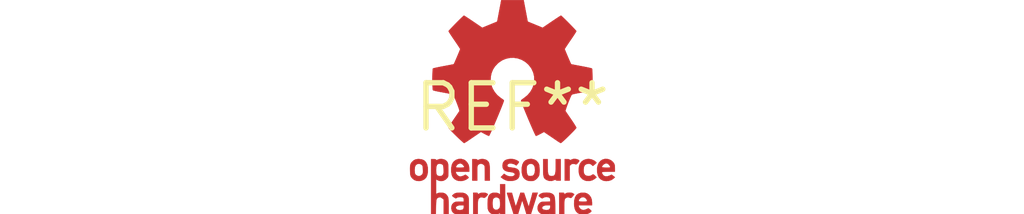
<source format=kicad_pcb>
(kicad_pcb (version 20240108) (generator pcbnew)
  (layers (0 "F.Cu" signal) (31 "B.Cu" signal) (34 "B.Paste" user) (35 "F.Paste" user) (36 "B.SilkS" user "B.Silkscreen") (37 "F.SilkS" user "F.Silkscreen") (38 "B.Mask" user) (39 "F.Mask" user) (44 "Edge.Cuts" user))
  (net 0 "")
  (footprint "OSHW-Logo_5.7x6mm_Copper" (layer "F.Cu") (at 0 0)
    (property "Reference" "REF**")
    (property "Value" "OSHW-Logo_5.7x6mm_Copper")
    (fp_poly (pts (xy 1.79946 1.45803) (xy 1.842711 1.471245) (xy 1.870558 1.487941) (xy 1.879629 1.501145) (xy 1.877132 1.516797) (xy 1.860931 1.541385) (xy 1.847232 1.5588) (xy 1.818992 1.590283) (xy 1.797775 1.603529) (xy 1.779688 1.602664) (xy 1.726035 1.58901) (xy 1.68663 1.58963) (xy 1.654632 1.605104) (xy 1.64389 1.614161) (xy 1.609505 1.646027) (xy 1.609505 2.062179) (xy 1.471188 2.062179) (xy 1.471188 1.458614) (xy 1.540347 1.458614) (xy 1.581869 1.460256) (xy 1.603291 1.466087) (xy 1.609502 1.477461) (xy 1.609505 1.477798) (xy 1.612439 1.489713) (xy 1.625704 1.488159) (xy 1.644084 1.479563) (xy 1.682046 1.463568) (xy 1.712872 1.453945) (xy 1.752536 1.451478) (xy 1.79946 1.45803)) (layer "F.Cu") (stroke (width 0.01)) (fill solid))
    (fp_poly (pts (xy 1.635255 2.401486) (xy 1.683595 2.411015) (xy 1.711114 2.425125) (xy 1.740064 2.448568) (xy 1.698876 2.500571) (xy 1.673482 2.532064) (xy 1.656238 2.547428) (xy 1.639102 2.549776) (xy 1.614027 2.542217) (xy 1.602257 2.537941) (xy 1.55427 2.531631) (xy 1.510324 2.545156) (xy 1.47806 2.57571) (xy 1.472819 2.585452) (xy 1.467112 2.611258) (xy 1.462706 2.658817) (xy 1.459811 2.724758) (xy 1.458631 2.80571) (xy 1.458614 2.817226) (xy 1.458614 3.017822) (xy 1.320297 3.017822) (xy 1.320297 2.401683) (xy 1.389456 2.401683) (xy 1.429333 2.402725) (xy 1.450107 2.407358) (xy 1.457789 2.417849) (xy 1.458614 2.427745) (xy 1.458614 2.453806) (xy 1.491745 2.427745) (xy 1.529735 2.409965) (xy 1.58077 2.401174) (xy 1.635255 2.401486)) (layer "F.Cu") (stroke (width 0.01)) (fill solid))
    (fp_poly (pts (xy -0.993356 2.40302) (xy -0.974539 2.40866) (xy -0.968473 2.421053) (xy -0.968218 2.426647) (xy -0.967129 2.44223) (xy -0.959632 2.444676) (xy -0.939381 2.433993) (xy -0.927351 2.426694) (xy -0.8894 2.411063) (xy -0.844072 2.403334) (xy -0.796544 2.40274) (xy -0.751995 2.408513) (xy -0.715602 2.419884) (xy -0.692543 2.436088) (xy -0.687996 2.456355) (xy -0.690291 2.461843) (xy -0.70702 2.484626) (xy -0.732963 2.512647) (xy -0.737655 2.517177) (xy -0.762383 2.538005) (xy -0.783718 2.544735) (xy -0.813555 2.540038) (xy -0.825508 2.536917) (xy -0.862705 2.529421) (xy -0.888859 2.532792) (xy -0.910946 2.544681) (xy -0.931178 2.560635) (xy -0.946079 2.5807) (xy -0.956434 2.608702) (xy -0.963029 2.648467) (xy -0.966649 2.703823) (xy -0.968078 2.778594) (xy -0.968218 2.82374) (xy -0.968218 3.017822) (xy -1.09396 3.017822) (xy -1.09396 2.401683) (xy -1.031089 2.401683) (xy -0.993356 2.40302)) (layer "F.Cu") (stroke (width 0.01)) (fill solid))
    (fp_poly (pts (xy 0.993367 1.654342) (xy 0.994555 1.746563) (xy 0.998897 1.81661) (xy 1.007558 1.867381) (xy 1.021704 1.901772) (xy 1.0425 1.922679) (xy 1.07111 1.933) (xy 1.106535 1.935636) (xy 1.143636 1.932682) (xy 1.171818 1.921889) (xy 1.192243 1.90036) (xy 1.206079 1.865199) (xy 1.214491 1.81351) (xy 1.218643 1.742394) (xy 1.219703 1.654342) (xy 1.219703 1.458614) (xy 1.35802 1.458614) (xy 1.35802 2.062179) (xy 1.288862 2.062179) (xy 1.24717 2.060489) (xy 1.225701 2.054556) (xy 1.219703 2.043293) (xy 1.216091 2.033261) (xy 1.201714 2.035383) (xy 1.172736 2.04958) (xy 1.106319 2.07148) (xy 1.035875 2.069928) (xy 0.968377 2.046147) (xy 0.936233 2.027362) (xy 0.911715 2.007022) (xy 0.893804 1.981573) (xy 0.881479 1.947458) (xy 0.873723 1.901121) (xy 0.869516 1.839007) (xy 0.86784 1.757561) (xy 0.867624 1.694578) (xy 0.867624 1.458614) (xy 0.993367 1.458614) (xy 0.993367 1.654342)) (layer "F.Cu") (stroke (width 0.01)) (fill solid))
    (fp_poly (pts (xy -0.754012 1.469002) (xy -0.722717 1.48395) (xy -0.692409 1.505541) (xy -0.669318 1.530391) (xy -0.6525 1.562087) (xy -0.641006 1.604214) (xy -0.633891 1.660358) (xy -0.630207 1.734106) (xy -0.629008 1.829044) (xy -0.628989 1.838985) (xy -0.628713 2.062179) (xy -0.76703 2.062179) (xy -0.76703 1.856418) (xy -0.767128 1.780189) (xy -0.767809 1.724939) (xy -0.769651 1.686501) (xy -0.773233 1.660706) (xy -0.779132 1.643384) (xy -0.787927 1.630368) (xy -0.80018 1.617507) (xy -0.843047 1.589873) (xy -0.889843 1.584745) (xy -0.934424 1.602217) (xy -0.949928 1.615221) (xy -0.96131 1.627447) (xy -0.969481 1.64054) (xy -0.974974 1.658615) (xy -0.97832 1.685787) (xy -0.980051 1.72617) (xy -0.980697 1.783879) (xy -0.980792 1.854132) (xy -0.980792 2.062179) (xy -1.119109 2.062179) (xy -1.119109 1.458614) (xy -1.04995 1.458614) (xy -1.008428 1.460256) (xy -0.987006 1.466087) (xy -0.980795 1.477461) (xy -0.980792 1.477798) (xy -0.97791 1.488938) (xy -0.965199 1.487674) (xy -0.939926 1.475434) (xy -0.882605 1.457424) (xy -0.817037 1.455421) (xy -0.754012 1.469002)) (layer "F.Cu") (stroke (width 0.01)) (fill solid))
    (fp_poly (pts (xy 2.217226 1.46388) (xy 2.29008 1.49483) (xy 2.313027 1.509895) (xy 2.342354 1.533048) (xy 2.360764 1.551253) (xy 2.363961 1.557183) (xy 2.354935 1.57034) (xy 2.331837 1.592667) (xy 2.313344 1.60825) (xy 2.262728 1.648926) (xy 2.22276 1.615295) (xy 2.191874 1.593584) (xy 2.161759 1.58609) (xy 2.127292 1.58792) (xy 2.072561 1.601528) (xy 2.034886 1.629772) (xy 2.011991 1.675433) (xy 2.001597 1.741289) (xy 2.001595 1.741331) (xy 2.002494 1.814939) (xy 2.016463 1.868946) (xy 2.044328 1.905716) (xy 2.063325 1.918168) (xy 2.113776 1.933673) (xy 2.167663 1.933683) (xy 2.214546 1.918638) (xy 2.225644 1.911287) (xy 2.253476 1.892511) (xy 2.275236 1.889434) (xy 2.298704 1.903409) (xy 2.324649 1.92851) (xy 2.365716 1.97088) (xy 2.320121 2.008464) (xy 2.249674 2.050882) (xy 2.170233 2.071785) (xy 2.087215 2.070272) (xy 2.032694 2.056411) (xy 1.96897 2.022135) (xy 1.918005 1.968212) (xy 1.894851 1.930149) (xy 1.876099 1.875536) (xy 1.866715 1.806369) (xy 1.866643 1.731407) (xy 1.875824 1.659409) (xy 1.894199 1.599137) (xy 1.897093 1.592958) (xy 1.939952 1.532351) (xy 1.997979 1.488224) (xy 2.066591 1.461493) (xy 2.141201 1.453073) (xy 2.217226 1.46388)) (layer "F.Cu") (stroke (width 0.01)) (fill solid))
    (fp_poly (pts (xy 0.610762 1.466055) (xy 0.674363 1.500692) (xy 0.724123 1.555372) (xy 0.747568 1.599842) (xy 0.757634 1.639121) (xy 0.764156 1.695116) (xy 0.766951 1.759621) (xy 0.765836 1.824429) (xy 0.760626 1.881334) (xy 0.754541 1.911727) (xy 0.734014 1.953306) (xy 0.698463 1.997468) (xy 0.655619 2.036087) (xy 0.613211 2.061034) (xy 0.612177 2.06143) (xy 0.559553 2.072331) (xy 0.497188 2.072601) (xy 0.437924 2.062676) (xy 0.41504 2.054722) (xy 0.356102 2.0213) (xy 0.31389 1.977511) (xy 0.286156 1.919538) (xy 0.270651 1.843565) (xy 0.267143 1.803771) (xy 0.26759 1.753766) (xy 0.402376 1.753766) (xy 0.406917 1.826732) (xy 0.419986 1.882334) (xy 0.440756 1.917861) (xy 0.455552 1.92802) (xy 0.493464 1.935104) (xy 0.538527 1.933007) (xy 0.577487 1.922812) (xy 0.587704 1.917204) (xy 0.614659 1.884538) (xy 0.632451 1.834545) (xy 0.640024 1.773705) (xy 0.636325 1.708497) (xy 0.628057 1.669253) (xy 0.60432 1.623805) (xy 0.566849 1.595396) (xy 0.52172 1.585573) (xy 0.475011 1.595887) (xy 0.439132 1.621112) (xy 0.420277 1.641925) (xy 0.409272 1.662439) (xy 0.404026 1.690203) (xy 0.402449 1.732762) (xy 0.402376 1.753766) (xy 0.26759 1.753766) (xy 0.268094 1.69758) (xy 0.285388 1.610501) (xy 0.319029 1.54253) (xy 0.369018 1.493664) (xy 0.435356 1.463899) (xy 0.449601 1.460448) (xy 0.53521 1.452345) (xy 0.610762 1.466055)) (layer "F.Cu") (stroke (width 0.01)) (fill solid))
    (fp_poly (pts (xy 0.281524 2.404237) (xy 0.331255 2.407971) (xy 0.461291 2.797773) (xy 0.481678 2.728614) (xy 0.493946 2.685874) (xy 0.510085 2.628115) (xy 0.527512 2.564625) (xy 0.536726 2.53057) (xy 0.571388 2.401683) (xy 0.714391 2.401683) (xy 0.671646 2.536857) (xy 0.650596 2.603342) (xy 0.625167 2.683539) (xy 0.59861 2.767193) (xy 0.574902 2.841782) (xy 0.520902 3.011535) (xy 0.462598 3.015328) (xy 0.404295 3.019122) (xy 0.372679 2.914734) (xy 0.353182 2.849889) (xy 0.331904 2.7784) (xy 0.313308 2.715263) (xy 0.312574 2.71275) (xy 0.298684 2.669969) (xy 0.286429 2.640779) (xy 0.277846 2.629741) (xy 0.276082 2.631018) (xy 0.269891 2.64813) (xy 0.258128 2.684787) (xy 0.242225 2.736378) (xy 0.223614 2.798294) (xy 0.213543 2.832352) (xy 0.159007 3.017822) (xy 0.043264 3.017822) (xy -0.049263 2.725471) (xy -0.075256 2.643462) (xy -0.098934 2.568987) (xy -0.11918 2.505544) (xy -0.134874 2.456632) (xy -0.144898 2.425749) (xy -0.147945 2.416726) (xy -0.145533 2.407487) (xy -0.126592 2.403441) (xy -0.087177 2.403846) (xy -0.081007 2.404152) (xy -0.007914 2.407971) (xy 0.039957 2.58401) (xy 0.057553 2.648211) (xy 0.073277 2.704649) (xy 0.085746 2.748422) (xy 0.093574 2.77463) (xy 0.09502 2.778903) (xy 0.101014 2.77399) (xy 0.113101 2.748532) (xy 0.129893 2.705997) (xy 0.150003 2.64985) (xy 0.167003 2.59913) (xy 0.231794 2.400504) (xy 0.281524 2.404237)) (layer "F.Cu") (stroke (width 0.01)) (fill solid))
    (fp_poly (pts (xy -2.538261 1.465148) (xy -2.472479 1.494231) (xy -2.42254 1.542793) (xy -2.388374 1.610908) (xy -2.369907 1.698651) (xy -2.368583 1.712351) (xy -2.367546 1.808939) (xy -2.380993 1.893602) (xy -2.408108 1.962221) (xy -2.422627 1.984294) (xy -2.473201 2.031011) (xy -2.537609 2.061268) (xy -2.609666 2.073824) (xy -2.683185 2.067439) (xy -2.739072 2.047772) (xy -2.787132 2.014629) (xy -2.826412 1.971175) (xy -2.827092 1.970158) (xy -2.843044 1.943338) (xy -2.85341 1.916368) (xy -2.859688 1.882332) (xy -2.863373 1.83431) (xy -2.864997 1.794931) (xy -2.865672 1.759219) (xy -2.739955 1.759219) (xy -2.738726 1.79477) (xy -2.734266 1.842094) (xy -2.726397 1.872465) (xy -2.712207 1.894072) (xy -2.698917 1.906694) (xy -2.651802 1.933122) (xy -2.602505 1.936653) (xy -2.556593 1.917639) (xy -2.533638 1.896331) (xy -2.517096 1.874859) (xy -2.507421 1.854313) (xy -2.503174 1.827574) (xy -2.50292 1.787523) (xy -2.504228 1.750638) (xy -2.507043 1.697947) (xy -2.511505 1.663772) (xy -2.519548 1.64148) (xy -2.533103 1.624442) (xy -2.543845 1.614703) (xy -2.588777 1.589123) (xy -2.637249 1.587847) (xy -2.677894 1.602999) (xy -2.712567 1.634642) (xy -2.733224 1.68662) (xy -2.739955 1.759219) (xy -2.865672 1.759219) (xy -2.866479 1.716621) (xy -2.863948 1.658056) (xy -2.856362 1.614007) (xy -2.842681 1.579248) (xy -2.821865 1.548551) (xy -2.814147 1.539436) (xy -2.765889 1.494021) (xy -2.714128 1.467493) (xy -2.650828 1.456379) (xy -2.619961 1.455471) (xy -2.538261 1.465148)) (layer "F.Cu") (stroke (width 0.01)) (fill solid))
    (fp_poly (pts (xy -0.201188 3.017822) (xy -0.270346 3.017822) (xy -0.310488 3.016645) (xy -0.331394 3.011772) (xy -0.338922 3.001186) (xy -0.339505 2.994029) (xy -0.340774 2.979676) (xy -0.348779 2.976923) (xy -0.369815 2.985771) (xy -0.386173 2.994029) (xy -0.448977 3.013597) (xy -0.517248 3.014729) (xy -0.572752 3.000135) (xy -0.624438 2.964877) (xy -0.663838 2.912835) (xy -0.685413 2.85145) (xy -0.685962 2.848018) (xy -0.689167 2.810571) (xy -0.690761 2.756813) (xy -0.690633 2.716155) (xy -0.553279 2.716155) (xy -0.550097 2.770194) (xy -0.542859 2.814735) (xy -0.53306 2.839888) (xy -0.495989 2.87426) (xy -0.451974 2.886582) (xy -0.406584 2.876618) (xy -0.367797 2.846895) (xy -0.353108 2.826905) (xy -0.344519 2.80305) (xy -0.340496 2.76823) (xy -0.339505 2.71593) (xy -0.341278 2.664139) (xy -0.345963 2.618634) (xy -0.352603 2.588181) (xy -0.35371 2.585452) (xy -0.380491 2.553) (xy -0.419579 2.535183) (xy -0.463315 2.532306) (xy -0.504038 2.544674) (xy -0.534087 2.572593) (xy -0.537204 2.578148) (xy -0.546961 2.612022) (xy -0.552277 2.660728) (xy -0.553279 2.716155) (xy -0.690633 2.716155) (xy -0.690568 2.69554) (xy -0.689664 2.662563) (xy -0.683514 2.580981) (xy -0.670733 2.51973) (xy -0.649471 2.474449) (xy -0.617878 2.440779) (xy -0.587207 2.421014) (xy -0.544354 2.40712) (xy -0.491056 2.402354) (xy -0.43648 2.406236) (xy -0.389792 2.418282) (xy -0.365124 2.432693) (xy -0.339505 2.455878) (xy -0.339505 2.162773) (xy -0.201188 2.162773) (xy -0.201188 3.017822)) (layer "F.Cu") (stroke (width 0.01)) (fill solid))
    (fp_poly (pts (xy 2.677898 1.456457) (xy 2.710096 1.464279) (xy 2.771825 1.492921) (xy 2.82461 1.536667) (xy 2.861141 1.589117) (xy 2.86616 1.600893) (xy 2.873045 1.63174) (xy 2.877864 1.677371) (xy 2.879505 1.723492) (xy 2.879505 1.810693) (xy 2.697178 1.810693) (xy 2.621979 1.810978) (xy 2.569003 1.812704) (xy 2.535325 1.817181) (xy 2.51802 1.82572) (xy 2.514163 1.83963) (xy 2.520829 1.860222) (xy 2.53277 1.884315) (xy 2.56608 1.924525) (xy 2.612368 1.944558) (xy 2.668944 1.943905) (xy 2.733031 1.922101) (xy 2.788417 1.895193) (xy 2.834375 1.931532) (xy 2.880333 1.967872) (xy 2.837096 2.007819) (xy 2.779374 2.045563) (xy 2.708386 2.06832) (xy 2.632029 2.074688) (xy 2.558199 2.063268) (xy 2.546287 2.059393) (xy 2.481399 2.025506) (xy 2.43313 1.974986) (xy 2.400465 1.906325) (xy 2.382385 1.818014) (xy 2.382175 1.816121) (xy 2.380556 1.719878) (xy 2.3871 1.685542) (xy 2.514852 1.685542) (xy 2.526584 1.690822) (xy 2.558438 1.694867) (xy 2.605397 1.697176) (xy 2.635154 1.697525) (xy 2.690648 1.697306) (xy 2.725346 1.695916) (xy 2.743601 1.692251) (xy 2.749766 1.68521) (xy 2.748195 1.67369) (xy 2.746878 1.669233) (xy 2.724382 1.627355) (xy 2.689003 1.593604) (xy 2.65778 1.578773) (xy 2.616301 1.579668) (xy 2.574269 1.598164) (xy 2.539012 1.628786) (xy 2.517854 1.666062) (xy 2.514852 1.685542) (xy 2.3871 1.685542) (xy 2.39669 1.635229) (xy 2.428698 1.564191) (xy 2.474701 1.508779) (xy 2.532821 1.471009) (xy 2.60118 1.452896) (xy 2.677898 1.456457)) (layer "F.Cu") (stroke (width 0.01)) (fill solid))
    (fp_poly (pts (xy 0.014017 1.456452) (xy 0.061634 1.465482) (xy 0.111034 1.48437) (xy 0.116312 1.486777) (xy 0.153774 1.506476) (xy 0.179717 1.524781) (xy 0.188103 1.536508) (xy 0.180117 1.555632) (xy 0.16072 1.58385) (xy 0.15211 1.594384) (xy 0.116628 1.635847) (xy 0.070885 1.608858) (xy 0.02735 1.590878) (xy -0.02295 1.581267) (xy -0.071188 1.58066) (xy -0.108533 1.589691) (xy -0.117495 1.595327) (xy -0.134563 1.621171) (xy -0.136637 1.650941) (xy -0.123866 1.674197) (xy -0.116312 1.678708) (xy -0.093675 1.684309) (xy -0.053885 1.690892) (xy -0.004834 1.697183) (xy 0.004215 1.69817) (xy 0.082996 1.711798) (xy 0.140136 1.734946) (xy 0.17803 1.769752) (xy 0.199079 1.818354) (xy 0.205635 1.877718) (xy 0.196577 1.945198) (xy 0.167164 1.998188) (xy 0.117278 2.036783) (xy 0.0468 2.061081) (xy -0.031435 2.070667) (xy -0.095234 2.070552) (xy -0.146984 2.061845) (xy -0.182327 2.049825) (xy -0.226983 2.02888) (xy -0.268253 2.004574) (xy -0.282921 1.993876) (xy -0.320643 1.963084) (xy -0.275148 1.917049) (xy -0.229653 1.871013) (xy -0.177928 1.905243) (xy -0.126048 1.930952) (xy -0.070649 1.944399) (xy -0.017395 1.945818) (xy 0.028049 1.935443) (xy 0.060016 1.913507) (xy 0.070338 1.894998) (xy 0.068789 1.865314) (xy 0.04314 1.842615) (xy -0.00654 1.82694) (xy -0.060969 1.819695) (xy -0.144736 1.805873) (xy -0.206967 1.779796) (xy -0.248493 1.740699) (xy -0.270147 1.68782) (xy -0.273147 1.625126) (xy -0.258329 1.559642) (xy -0.224546 1.510144) (xy -0.171495 1.476408) (xy -0.098874 1.458207) (xy -0.045072 1.454639) (xy 0.014017 1.456452)) (layer "F.Cu") (stroke (width 0.01)) (fill solid))
    (fp_poly (pts (xy 2.032581 2.40497) (xy 2.092685 2.420597) (xy 2.143021 2.452848) (xy 2.167393 2.47694) (xy 2.207345 2.533895) (xy 2.230242 2.599965) (xy 2.238108 2.681182) (xy 2.238148 2.687748) (xy 2.238218 2.753763) (xy 1.858264 2.753763) (xy 1.866363 2.788342) (xy 1.880987 2.819659) (xy 1.906581 2.852291) (xy 1.911935 2.8575) (xy 1.957943 2.885694) (xy 2.01041 2.890475) (xy 2.070803 2.871926) (xy 2.08104 2.866931) (xy 2.112439 2.851745) (xy 2.13347 2.843094) (xy 2.137139 2.842293) (xy 2.149948 2.850063) (xy 2.174378 2.869072) (xy 2.186779 2.87946) (xy 2.212476 2.903321) (xy 2.220915 2.919077) (xy 2.215058 2.933571) (xy 2.211928 2.937534) (xy 2.190725 2.954879) (xy 2.155738 2.975959) (xy 2.131337 2.988265) (xy 2.062072 3.009946) (xy 1.985388 3.016971) (xy 1.912765 3.008647) (xy 1.892426 3.002686) (xy 1.829476 2.968952) (xy 1.782815 2.917045) (xy 1.752173 2.846459) (xy 1.737282 2.756692) (xy 1.735647 2.709753) (xy 1.740421 2.641413) (xy 1.86099 2.641413) (xy 1.872652 2.646465) (xy 1.903998 2.650429) (xy 1.949571 2.652768) (xy 1.980446 2.653169) (xy 2.035981 2.652783) (xy 2.071033 2.650975) (xy 2.090262 2.646773) (xy 2.09833 2.639203) (xy 2.099901 2.628218) (xy 2.089121 2.594381) (xy 2.06198 2.56094) (xy 2.026277 2.535272) (xy 1.99056 2.524772) (xy 1.942048 2.534086) (xy 1.900053 2.561013) (xy 1.870936 2.599827) (xy 1.86099 2.641413) (xy 1.740421 2.641413) (xy 1.742599 2.610236) (xy 1.764055 2.530949) (xy 1.80047 2.471263) (xy 1.852297 2.430549) (xy 1.91999 2.408179) (xy 1.956662 2.403871) (xy 2.032581 2.40497)) (layer "F.Cu") (stroke (width 0.01)) (fill solid))
    (fp_poly (pts (xy -1.356699 1.472614) (xy -1.344168 1.478514) (xy -1.300799 1.510283) (xy -1.25979 1.556646) (xy -1.229168 1.607696) (xy -1.220459 1.631166) (xy -1.212512 1.673091) (xy -1.207774 1.723757) (xy -1.207199 1.744679) (xy -1.207129 1.810693) (xy -1.587083 1.810693) (xy -1.578983 1.845273) (xy -1.559104 1.88617) (xy -1.524347 1.921514) (xy -1.482998 1.944282) (xy -1.456649 1.94901) (xy -1.420916 1.943273) (xy -1.378282 1.928882) (xy -1.363799 1.922262) (xy -1.31024 1.895513) (xy -1.264533 1.930376) (xy -1.238158 1.953955) (xy -1.224124 1.973417) (xy -1.223414 1.979129) (xy -1.235951 1.992973) (xy -1.263428 2.014012) (xy -1.288366 2.030425) (xy -1.355664 2.05993) (xy -1.43111 2.073284) (xy -1.505888 2.069812) (xy -1.565495 2.051663) (xy -1.626941 2.012784) (xy -1.670608 1.961595) (xy -1.697926 1.895367) (xy -1.710322 1.811371) (xy -1.711421 1.772936) (xy -1.707022 1.684861) (xy -1.706482 1.682299) (xy -1.580582 1.682299) (xy -1.577115 1.690558) (xy -1.562863 1.695113) (xy -1.53347 1.697065) (xy -1.484575 1.697517) (xy -1.465748 1.697525) (xy -1.408467 1.696843) (xy -1.372141 1.694364) (xy -1.352604 1.689443) (xy -1.34569 1.681434) (xy -1.345445 1.678862) (xy -1.353336 1.658423) (xy -1.373085 1.629789) (xy -1.381575 1.619763) (xy -1.413094 1.591408) (xy -1.445949 1.580259) (xy -1.463651 1.579327) (xy -1.511539 1.590981) (xy -1.551699 1.622285) (xy -1.577173 1.667752) (xy -1.577625 1.669233) (xy -1.580582 1.682299) (xy -1.706482 1.682299) (xy -1.692392 1.61551) (xy -1.666038 1.560025) (xy -1.633807 1.520639) (xy -1.574217 1.477931) (xy -1.504168 1.455109) (xy -1.429661 1.453046) (xy -1.356699 1.472614)) (layer "F.Cu") (stroke (width 0.01)) (fill solid))
    (fp_poly (pts (xy 1.038411 2.405417) (xy 1.091411 2.41829) (xy 1.106731 2.42511) (xy 1.136428 2.442974) (xy 1.15922 2.463093) (xy 1.176083 2.488962) (xy 1.187998 2.524073) (xy 1.195942 2.57192) (xy 1.200894 2.635996) (xy 1.203831 2.719794) (xy 1.204947 2.775768) (xy 1.209052 3.017822) (xy 1.138932 3.017822) (xy 1.096393 3.016038) (xy 1.074476 3.009942) (xy 1.068812 2.999706) (xy 1.065821 2.988637) (xy 1.052451 2.990754) (xy 1.034233 2.999629) (xy 0.988624 3.013233) (xy 0.930007 3.016899) (xy 0.868354 3.010903) (xy 0.813638 2.995521) (xy 0.80873 2.993386) (xy 0.758723 2.958255) (xy 0.725756 2.909419) (xy 0.710587 2.852333) (xy 0.711746 2.831824) (xy 0.835508 2.831824) (xy 0.846413 2.859425) (xy 0.878745 2.879204) (xy 0.93091 2.889819) (xy 0.958787 2.891228) (xy 1.005247 2.88762) (xy 1.036129 2.873597) (xy 1.043664 2.866931) (xy 1.064076 2.830666) (xy 1.068812 2.797773) (xy 1.068812 2.753763) (xy 1.007513 2.753763) (xy 0.936256 2.757395) (xy 0.886276 2.768818) (xy 0.854696 2.788824) (xy 0.847626 2.797743) (xy 0.835508 2.831824) (xy 0.711746 2.831824) (xy 0.713971 2.792456) (xy 0.736663 2.735244) (xy 0.767624 2.69658) (xy 0.786376 2.679864) (xy 0.804733 2.668878) (xy 0.828619 2.66218) (xy 0.863957 2.658326) (xy 0.916669 2.655873) (xy 0.937577 2.655168) (xy 1.068812 2.650879) (xy 1.06862 2.611158) (xy 1.063537 2.569405) (xy 1.045162 2.544158) (xy 1.008039 2.52803) (xy 1.007043 2.527742) (xy 0.95441 2.5214) (xy 0.902906 2.529684) (xy 0.86463 2.549827) (xy 0.849272 2.559773) (xy 0.83273 2.558397) (xy 0.807275 2.543987) (xy 0.792328 2.533817) (xy 0.763091 2.512088) (xy 0.74498 2.4958) (xy 0.742074 2.491137) (xy 0.75404 2.467005) (xy 0.789396 2.438185) (xy 0.804753 2.428461) (xy 0.848901 2.411714) (xy 0.908398 2.402227) (xy 0.974487 2.400095) (xy 1.038411 2.405417)) (layer "F.Cu") (stroke (width 0.01)) (fill solid))
    (fp_poly (pts (xy -1.38421 2.406555) (xy -1.325055 2.422339) (xy -1.280023 2.450948) (xy -1.248246 2.488419) (xy -1.238366 2.504411) (xy -1.231073 2.521163) (xy -1.225974 2.542592) (xy -1.222679 2.572616) (xy -1.220797 2.615154) (xy -1.219937 2.674122) (xy -1.219707 2.75344) (xy -1.219703 2.774484) (xy -1.219703 3.017822) (xy -1.280059 3.017822) (xy -1.318557 3.015126) (xy -1.347023 3.008295) (xy -1.354155 3.004083) (xy -1.373652 2.996813) (xy -1.393566 3.004083) (xy -1.426353 3.01316) (xy -1.473978 3.016813) (xy -1.526764 3.015228) (xy -1.575036 3.008589) (xy -1.603218 3.000072) (xy -1.657753 2.965063) (xy -1.691835 2.916479) (xy -1.707157 2.851882) (xy -1.707299 2.850223) (xy -1.705955 2.821566) (xy -1.584356 2.821566) (xy -1.573726 2.854161) (xy -1.55641 2.872505) (xy -1.521652 2.886379) (xy -1.475773 2.891917) (xy -1.428988 2.889191) (xy -1.391514 2.878274) (xy -1.381015 2.871269) (xy -1.362668 2.838904) (xy -1.35802 2.802111) (xy -1.35802 2.753763) (xy -1.427582 2.753763) (xy -1.493667 2.75885) (xy -1.543764 2.773263) (xy -1.574929 2.795729) (xy -1.584356 2.821566) (xy -1.705955 2.821566) (xy -1.703987 2.779647) (xy -1.68071 2.723845) (xy -1.636948 2.681647) (xy -1.630899 2.677808) (xy -1.604907 2.665309) (xy -1.572735 2.65774) (xy -1.52776 2.654061) (xy -1.474331 2.653216) (xy -1.35802 2.653169) (xy -1.35802 2.604411) (xy -1.362953 2.566581) (xy -1.375543 2.541236) (xy -1.377017 2.539887) (xy -1.405034 2.5288) (xy -1.447326 2.524503) (xy -1.494064 2.526615) (xy -1.535418 2.534756) (xy -1.559957 2.546965) (xy -1.573253 2.556746) (xy -1.587294 2.558613) (xy -1.606671 2.5506) (xy -1.635976 2.530739) (xy -1.679803 2.497063) (xy -1.683825 2.493909) (xy -1.681764 2.482236) (xy -1.664568 2.462822) (xy -1.638433 2.441248) (xy -1.609552 2.423096) (xy -1.600478 2.418809) (xy -1.56738 2.410256) (xy -1.51888 2.404155) (xy -1.464695 2.401708) (xy -1.462161 2.401703) (xy -1.38421 2.406555)) (layer "F.Cu") (stroke (width 0.01)) (fill solid))
    (fp_poly (pts (xy -1.908759 1.469184) (xy -1.882247 1.482282) (xy -1.849553 1.505106) (xy -1.825725 1.529996) (xy -1.809406 1.561249) (xy -1.79924 1.603166) (xy -1.793872 1.660044) (xy -1.791944 1.736184) (xy -1.791831 1.768917) (xy -1.792161 1.840656) (xy -1.793527 1.891927) (xy -1.7965 1.927404) (xy -1.801649 1.951763) (xy -1.809543 1.96968) (xy -1.817757 1.981902) (xy -1.870187 2.033905) (xy -1.93193 2.065184) (xy -1.998536 2.074592) (xy -2.065558 2.06098) (xy -2.086792 2.051354) (xy -2.137624 2.024859) (xy -2.137624 2.440052) (xy -2.100525 2.420868) (xy -2.051643 2.406025) (xy -1.991561 2.402222) (xy -1.931564 2.409243) (xy -1.886256 2.425013) (xy -1.848675 2.455047) (xy -1.816564 2.498024) (xy -1.81415 2.502436) (xy -1.803967 2.523221) (xy -1.79653 2.54417) (xy -1.791411 2.569548) (xy -1.788181 2.603618) (xy -1.786413 2.650641) (xy -1.785677 2.714882) (xy -1.785544 2.787176) (xy -1.785544 3.017822) (xy -1.923861 3.017822) (xy -1.923861 2.592533) (xy -1.962549 2.559979) (xy -2.002738 2.53394) (xy -2.040797 2.529205) (xy -2.079066 2.541389) (xy -2.099462 2.55332) (xy -2.114642 2.570313) (xy -2.125438 2.595995) (xy -2.132683 2.633991) (xy -2.137208 2.687926) (xy -2.139844 2.761425) (xy -2.140772 2.810347) (xy -2.143911 3.011535) (xy -2.209926 3.015336) (xy -2.27594 3.019136) (xy -2.27594 1.77065) (xy -2.137624 1.77065) (xy -2.134097 1.840254) (xy -2.122215 1.888569) (xy -2.10002 1.918631) (xy -2.065559 1.933471) (xy -2.030742 1.936436) (xy -1.991329 1.933028) (xy -1.965171 1.919617) (xy -1.948814 1.901896) (xy -1.935937 1.882835) (xy -1.928272 1.861601) (xy -1.924861 1.831849) (xy -1.924749 1.787236) (xy -1.925897 1.74988) (xy -1.928532 1.693604) (xy -1.932456 1.656658) (xy -1.939063 1.633223) (xy -1.949749 1.61748) (xy -1.959833 1.60838) (xy -2.00197 1.588537) (xy -2.05184 1.585332) (xy -2.080476 1.592168) (xy -2.108828 1.616464) (xy -2.127609 1.663728) (xy -2.136712 1.733624) (xy -2.137624 1.77065) (xy -2.27594 1.77065) (xy -2.27594 1.458614) (xy -2.206782 1.458614) (xy -2.16526 1.460256) (xy -2.143838 1.466087) (xy -2.137626 1.477461) (xy -2.137624 1.477798) (xy -2.134742 1.488938) (xy -2.12203 1.487673) (xy -2.096757 1.475433) (xy -2.037869 1.456707) (xy -1.971615 1.454739) (xy -1.908759 1.469184)) (layer "F.Cu") (stroke (width 0.01)) (fill solid))
    (fp_poly (pts (xy 0.376964 -2.709982) (xy 0.433812 -2.40843) (xy 0.853338 -2.235488) (xy 1.104984 -2.406605) (xy 1.175458 -2.45425) (xy 1.239163 -2.49679) (xy 1.293126 -2.532285) (xy 1.334373 -2.55879) (xy 1.359934 -2.574364) (xy 1.366895 -2.577722) (xy 1.379435 -2.569086) (xy 1.406231 -2.545208) (xy 1.44428 -2.509141) (xy 1.490579 -2.463933) (xy 1.542123 -2.412636) (xy 1.595909 -2.358299) (xy 1.648935 -2.303972) (xy 1.698195 -2.252705) (xy 1.740687 -2.207549) (xy 1.773407 -2.171554) (xy 1.793351 -2.14777) (xy 1.798119 -2.13981) (xy 1.791257 -2.125135) (xy 1.77202 -2.092986) (xy 1.74243 -2.046508) (xy 1.70451 -1.988844) (xy 1.660282 -1.92314) (xy 1.634654 -1.885664) (xy 1.587941 -1.817232) (xy 1.546432 -1.75548) (xy 1.51214 -1.703481) (xy 1.48708 -1.664308) (xy 1.473264 -1.641035) (xy 1.471188 -1.636145) (xy 1.475895 -1.622245) (xy 1.488723 -1.58985) (xy 1.507738 -1.543515) (xy 1.531003 -1.487794) (xy 1.556584 -1.427242) (xy 1.582545 -1.366414) (xy 1.60695 -1.309864) (xy 1.627863 -1.262148) (xy 1.643349 -1.227819) (xy 1.651472 -1.211432) (xy 1.651952 -1.210788) (xy 1.664707 -1.207659) (xy 1.698677 -1.200679) (xy 1.75034 -1.190533) (xy 1.816176 -1.177908) (xy 1.892664 -1.163491) (xy 1.93729 -1.155177) (xy 2.019021 -1.139616) (xy 2.092843 -1.124808) (xy 2.155021 -1.111564) (xy 2.201822 -1.100695) (xy 2.229509 -1.093011) (xy 2.235074 -1.090573) (xy 2.240526 -1.07407) (xy 2.244924 -1.0368) (xy 2.248272 -0.98312) (xy 2.250574 -0.917388) (xy 2.251832 -0.843963) (xy 2.252048 -0.767204) (xy 2.251227 -0.691468) (xy 2.249371 -0.621114) (xy 2.246482 -0.5605) (xy 2.242565 -0.513984) (xy 2.237622 -0.485925) (xy 2.234657 -0.480084) (xy 2.216934 -0.473083) (xy 2.179381 -0.463073) (xy 2.126964 -0.451231) (xy 2.064652 -0.438733) (xy 2.0429 -0.43469) (xy 1.938024 -0.41548) (xy 1.85518 -0.400009) (xy 1.79163 -0.387663) (xy 1.744637 -0.377827) (xy 1.711463 -0.369886) (xy 1.689371 -0.363224) (xy 1.675624 -0.357227) (xy 1.667484 -0.351281) (xy 1.666345 -0.350106) (xy 1.654977 -0.331174) (xy 1.637635 -0.294331) (xy 1.61605 -0.244087) (xy 1.591954 -0.184954) (xy 1.567079 -0.121444) (xy 1.543157 -0.058068) (xy 1.521919 0.000662) (xy 1.505097 0.050235) (xy 1.494422 0.086139) (xy 1.491627 0.103862) (xy 1.49186 0.104483) (xy 1.501331 0.11897) (xy 1.522818 0.150844) (xy 1.554063 0.196789) (xy 1.592807 0.253485) (xy 1.636793 0.317617) (xy 1.649319 0.335842) (xy 1.693984 0.401914) (xy 1.733288 0.4622) (xy 1.765088 0.513235) (xy 1.787245 0.55156) (xy 1.797617 0.573711) (xy 1.798119 0.576432) (xy 1.789405 0.590736) (xy 1.765325 0.619072) (xy 1.728976 0.658396) (xy 1.683453 0.705661) (xy 1.631852 0.757823) (xy 1.577267 0.811835) (xy 1.522794 0.864653) (xy 1.471529 0.913231) (xy 1.426567 0.954523) (xy 1.391004 0.985485) (xy 1.367935 1.00307) (xy 1.361554 1.005941) (xy 1.346699 0.999178) (xy 1.316286 0.980939) (xy 1.275268 0.954297) (xy 1.243709 0.932852) (xy 1.186525 0.893503) (xy 1.118806 0.847171) (xy 1.05088 0.800913) (xy 1.014361 0.776155) (xy 0.890752 0.692547) (xy 0.786991 0.74865) (xy 0.73972 0.773228) (xy 0.699523 0.792331) (xy 0.672326 0.803227) (xy 0.665402 0.804743) (xy 0.657077 0.793549) (xy 0.640654 0.761917) (xy 0.617357 0.712765) (xy 0.588414 0.64901) (xy 0.55505 0.573571) (xy 0.518491 0.489364) (xy 0.479964 0.399308) (xy 0.440694 0.306321) (xy 0.401908 0.21332) (xy 0.36483 0.123223) (xy 0.330689 0.038948) (xy 0.300708 -0.036587) (xy 0.276116 -0.100466) (xy 0.258136 -0.149769) (xy 0.247997 -0.181579) (xy 0.246366 -0.192504) (xy 0.259291 -0.206439) (xy 0.287589 -0.22906) (xy 0.325346 -0.255667) (xy 0.328515 -0.257772) (xy 0.4261 -0.335886) (xy 0.504786 -0.427018) (xy 0.563891 -0.528255) (xy 0.602732 -0.636682) (xy 0.620628 -0.749386) (xy 0.616897 -0.863452) (xy 0.590857 -0.975966) (xy 0.541825 -1.084015) (xy 0.5274 -1.107655) (xy 0.452369 -1.203113) (xy 0.36373 -1.279768) (xy 0.264549 -1.33722) (xy 0.157895 -1.375071) (xy 0.046836 -1.392922) (xy -0.065561 -1.390375) (xy -0.176227 -1.36703) (xy -0.282094 -1.32249) (xy -0.380095 -1.256355) (xy -0.41041 -1.229513) (xy -0.487562 -1.145488) (xy -0.543782 -1.057034) (xy -0.582347 -0.957885) (xy -0.603826 -0.859697) (xy -0.609128 -0.749303) (xy -0.591448 -0.63836) (xy -0.552581 -0.530619) (xy -0.494323 -0.429831) (xy -0.418469 -0.339744) (xy -0.326817 -0.264108) (xy -0.314772 -0.256136) (xy -0.276611 -0.230026) (xy -0.247601 -0.207405) (xy -0.233732 -0.192961) (xy -0.233531 -0.192504) (xy -0.236508 -0.176879) (xy -0.248311 -0.141418) (xy -0.267714 -0.089038) (xy -0.293488 -0.022655) (xy -0.324409 0.054814) (xy -0.359249 0.14045) (xy -0.396783 0.231337) (xy -0.435783 0.324559) (xy -0.475023 0.417197) (xy -0.513276 0.506335) (xy -0.549317 0.589055) (xy -0.581917 0.662441) (xy -0.609852 0.723575) (xy -0.631895 0.769541) (xy -0.646818 0.797421) (xy -0.652828 0.804743) (xy -0.671191 0.799041) (xy -0.705552 0.783749) (xy -0.749984 0.761599) (xy -0.774417 0.74865) (xy -0.878178 0.692547) (xy -1.001787 0.776155) (xy -1.064886 0.818987) (xy -1.13397 0.866122) (xy -1.198707 0.910503) (xy -1.231134 0.932852) (xy -1.276741 0.963477) (xy -1.31536 0.987747) (xy -1.341952 1.002587) (xy -1.35059 1.005724) (xy -1.363161 0.997261) (xy -1.390984 0.973636) (xy -1.431361 0.937302) (xy -1.481595 0.890711) (xy -1.538988 0.836317) (xy -1.575286 0.801392) (xy -1.63879 0.738996) (xy -1.693673 0.683188) (xy -1.737714 0.636354) (xy -1.768695 0.600882) (xy -1.784398 0.579161) (xy -1.785905 0.574752) (xy -1.778914 0.557985) (xy -1.759594 0.524082) (xy -1.730091 0.476476) (xy -1.692545 0.418599) (xy -1.6491 0.353884) (xy -1.636745 0.335842) (xy -1.591727 0.270267) (xy -1.55134 0.211228) (xy -1.51784 0.162042) (xy -1.493486 0.126028) (xy -1.480536 0.106502) (xy -1.479285 0.104483) (xy -1.481156 0.088922) (xy -1.491087 0.054709) (xy -1.507347 0.006355) (xy -1.528205 -0.051629) (xy -1.551927 -0.11473) (xy -1.576784 -0.178437) (xy -1.601042 -0.238239) (xy -1.622971 -0.289624) (xy -1.640838 -0.328081) (xy -1.652913 -0.349098) (xy -1.653771 -0.350106) (xy -1.661154 -0.356112) (xy -1.673625 -0.362052) (xy -1.69392 -0.36854) (xy -1.724778 -0.376191) (xy -1.768934 -0.38562) (xy -1.829126 -0.397441) (xy -1.908093 -0.412271) (xy -2.00857 -0.430723) (xy -2.030325 -0.43469) (xy -2.094802 -0.447147) (xy -2.151011 -0.459334) (xy -2.193987 -0.470074) (xy -2.21876 -0.478191) (xy -2.222082 -0.480084) (xy -2.227556 -0.496862) (xy -2.232006 -0.534355) (xy -2.235428 -0.588206) (xy -2.237819 -0.654056) (xy -2.239177 -0.727547) (xy -2.239499 -0.80432) (xy -2.238781 -0.880017) (xy -2.237021 -0.95028) (xy -2.234216 -1.01075) (xy -2.230362 -1.05707) (xy -2.225457 -1.084881) (xy -2.2225 -1.090573) (xy -2.206037 -1.096314) (xy -2.168551 -1.105655) (xy -2.113775 -1.117785) (xy -2.045445 -1.131893) (xy -1.967294 -1.14717) (xy -1.924716 -1.155177) (xy -1.843929 -1.170279) (xy -1.771887 -1.18396) (xy -1.712111 -1.195533) (xy -1.668121 -1.204313) (xy -1.643439 -1.209613) (xy -1.639377 -1.210788) (xy -1.632511 -1.224035) (xy -1.617998 -1.255943) (xy -1.597771 -1.301953) (xy -1.573766 -1.357508) (xy -1.547918 -1.418047) (xy -1.52216 -1.479014) (xy -1.498427 -1.535849) (xy -1.478654 -1.583994) (xy -1.464776 -1.61889) (xy -1.458726 -1.635979) (xy -1.458614 -1.636726) (xy -1.465472 -1.650207) (xy -1.484698 -1.68123) (xy -1.514272 -1.726711) (xy -1.552173 -1.783568) (xy -1.59638 -1.848717) (xy -1.622079 -1.886138) (xy -1.668907 -1.954753) (xy -1.710499 -2.017048) (xy -1.744825 -2.069871) (xy -1.769857 -2.110073) (xy -1.783565 -2.1345) (xy -1.785544 -2.139976) (xy -1.777034 -2.152722) (xy -1.753507 -2.179937) (xy -1.717968 -2.218572) (xy -1.673423 -2.265577) (xy -1.622877 -2.317905) (xy -1.569336 -2.372505) (xy -1.515805 -2.42633) (xy -1.465289 -2.47633) (xy -1.420794 -2.519457) (xy -1.385325 -2.552661) (xy -1.361887 -2.572894) (xy -1.354046 -2.577722) (xy -1.34128 -2.570933) (xy -1.310744 -2.551858) (xy -1.26541 -2.522439) (xy -1.208244 -2.484619) (xy -1.142216 -2.440339) (xy -1.09241 -2.406605) (xy -0.840764 -2.235488) (xy -0.631001 -2.321959) (xy -0.421237 -2.40843) (xy -0.364389 -2.709982) (xy -0.30754 -3.011534) (xy 0.320115 -3.011534) (xy 0.376964 -2.709982)) (layer "F.Cu") (stroke (width 0.01)) (fill solid))
  )
)
</source>
